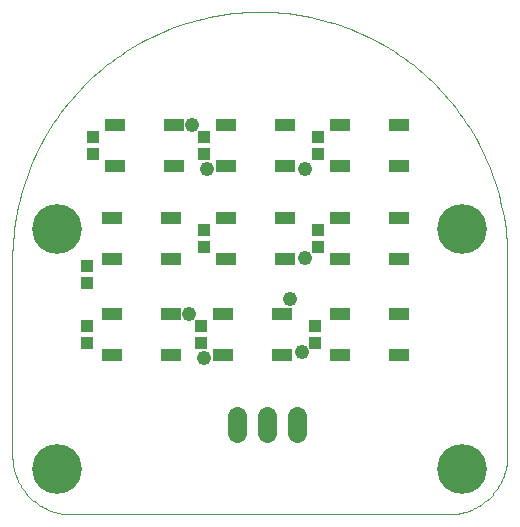
<source format=gts>
G75*
%MOIN*%
%OFA0B0*%
%FSLAX25Y25*%
%IPPOS*%
%LPD*%
%AMOC8*
5,1,8,0,0,1.08239X$1,22.5*
%
%ADD10R,0.03950X0.03950*%
%ADD11R,0.06706X0.04343*%
%ADD12C,0.06343*%
%ADD13C,0.00000*%
%ADD14C,0.16611*%
%ADD15C,0.04800*%
D10*
X0029800Y0081053D03*
X0029800Y0086959D03*
X0029800Y0101053D03*
X0029800Y0106959D03*
X0031800Y0144053D03*
X0031800Y0149959D03*
X0068800Y0149959D03*
X0068800Y0144053D03*
X0068800Y0118959D03*
X0068800Y0113053D03*
X0067800Y0086959D03*
X0067800Y0081053D03*
X0105800Y0081053D03*
X0105800Y0086959D03*
X0106800Y0113053D03*
X0106800Y0118959D03*
X0106800Y0144053D03*
X0106800Y0149959D03*
D11*
X0113957Y0153699D03*
X0113957Y0140313D03*
X0113957Y0122699D03*
X0113957Y0109313D03*
X0113957Y0090699D03*
X0113957Y0077313D03*
X0094643Y0077313D03*
X0094643Y0090699D03*
X0095643Y0109313D03*
X0095643Y0122699D03*
X0095643Y0140313D03*
X0095643Y0153699D03*
X0075957Y0153699D03*
X0075957Y0140313D03*
X0075957Y0122699D03*
X0075957Y0109313D03*
X0074957Y0090699D03*
X0074957Y0077313D03*
X0057643Y0077313D03*
X0057643Y0090699D03*
X0057643Y0109313D03*
X0057643Y0122699D03*
X0058643Y0140313D03*
X0058643Y0153699D03*
X0038957Y0153699D03*
X0038957Y0140313D03*
X0037957Y0122699D03*
X0037957Y0109313D03*
X0037957Y0090699D03*
X0037957Y0077313D03*
X0133643Y0077313D03*
X0133643Y0090699D03*
X0133643Y0109313D03*
X0133643Y0122699D03*
X0133643Y0140313D03*
X0133643Y0153699D03*
D12*
X0099800Y0056778D02*
X0099800Y0051234D01*
X0089800Y0051234D02*
X0089800Y0056778D01*
X0079800Y0056778D02*
X0079800Y0051234D01*
D13*
X0024485Y0024006D02*
X0150115Y0024006D01*
X0150591Y0024012D01*
X0151066Y0024029D01*
X0151541Y0024058D01*
X0152015Y0024098D01*
X0152488Y0024150D01*
X0152959Y0024213D01*
X0153429Y0024287D01*
X0153897Y0024373D01*
X0154363Y0024470D01*
X0154826Y0024578D01*
X0155286Y0024697D01*
X0155744Y0024828D01*
X0156198Y0024969D01*
X0156649Y0025122D01*
X0157095Y0025285D01*
X0157538Y0025459D01*
X0157976Y0025644D01*
X0158410Y0025839D01*
X0158839Y0026045D01*
X0159263Y0026261D01*
X0159682Y0026487D01*
X0160095Y0026723D01*
X0160502Y0026969D01*
X0160903Y0027225D01*
X0161297Y0027491D01*
X0161686Y0027766D01*
X0162067Y0028050D01*
X0162441Y0028343D01*
X0162809Y0028645D01*
X0163169Y0028957D01*
X0163521Y0029276D01*
X0163865Y0029604D01*
X0164202Y0029941D01*
X0164530Y0030285D01*
X0164849Y0030637D01*
X0165161Y0030997D01*
X0165463Y0031365D01*
X0165756Y0031739D01*
X0166040Y0032120D01*
X0166315Y0032509D01*
X0166581Y0032903D01*
X0166837Y0033304D01*
X0167083Y0033711D01*
X0167319Y0034124D01*
X0167545Y0034543D01*
X0167761Y0034967D01*
X0167967Y0035396D01*
X0168162Y0035830D01*
X0168347Y0036268D01*
X0168521Y0036711D01*
X0168684Y0037157D01*
X0168837Y0037608D01*
X0168978Y0038062D01*
X0169109Y0038520D01*
X0169228Y0038980D01*
X0169336Y0039443D01*
X0169433Y0039909D01*
X0169519Y0040377D01*
X0169593Y0040847D01*
X0169656Y0041318D01*
X0169708Y0041791D01*
X0169748Y0042265D01*
X0169777Y0042740D01*
X0169794Y0043215D01*
X0169800Y0043691D01*
X0169800Y0109006D01*
X0169776Y0111015D01*
X0169702Y0113023D01*
X0169580Y0115028D01*
X0169409Y0117030D01*
X0169189Y0119027D01*
X0168921Y0121018D01*
X0168604Y0123002D01*
X0168239Y0124978D01*
X0167826Y0126944D01*
X0167366Y0128900D01*
X0166857Y0130843D01*
X0166302Y0132774D01*
X0165700Y0134691D01*
X0165051Y0136592D01*
X0164356Y0138478D01*
X0163616Y0140345D01*
X0162830Y0142194D01*
X0161999Y0144024D01*
X0161125Y0145832D01*
X0160206Y0147619D01*
X0159244Y0149383D01*
X0158240Y0151123D01*
X0157193Y0152838D01*
X0156105Y0154527D01*
X0154976Y0156189D01*
X0153807Y0157823D01*
X0152598Y0159428D01*
X0151351Y0161003D01*
X0150066Y0162547D01*
X0148744Y0164060D01*
X0147385Y0165540D01*
X0145990Y0166986D01*
X0144561Y0168398D01*
X0143098Y0169775D01*
X0141602Y0171116D01*
X0140073Y0172419D01*
X0138513Y0173686D01*
X0136923Y0174914D01*
X0135303Y0176102D01*
X0133655Y0177251D01*
X0131980Y0178360D01*
X0130278Y0179427D01*
X0128550Y0180453D01*
X0126798Y0181436D01*
X0125022Y0182377D01*
X0123225Y0183274D01*
X0121406Y0184126D01*
X0119566Y0184935D01*
X0117708Y0185698D01*
X0115831Y0186415D01*
X0113938Y0187087D01*
X0112028Y0187713D01*
X0110104Y0188292D01*
X0108167Y0188823D01*
X0106217Y0189308D01*
X0104256Y0189745D01*
X0102285Y0190134D01*
X0100305Y0190475D01*
X0098317Y0190767D01*
X0096323Y0191011D01*
X0094324Y0191206D01*
X0092320Y0191353D01*
X0090313Y0191451D01*
X0088305Y0191500D01*
X0086295Y0191500D01*
X0084287Y0191451D01*
X0082280Y0191353D01*
X0080276Y0191206D01*
X0078277Y0191011D01*
X0076283Y0190767D01*
X0074295Y0190475D01*
X0072315Y0190134D01*
X0070344Y0189745D01*
X0068383Y0189308D01*
X0066433Y0188823D01*
X0064496Y0188292D01*
X0062572Y0187713D01*
X0060662Y0187087D01*
X0058769Y0186415D01*
X0056892Y0185698D01*
X0055034Y0184935D01*
X0053194Y0184126D01*
X0051375Y0183274D01*
X0049578Y0182377D01*
X0047802Y0181436D01*
X0046050Y0180453D01*
X0044322Y0179427D01*
X0042620Y0178360D01*
X0040945Y0177251D01*
X0039297Y0176102D01*
X0037677Y0174914D01*
X0036087Y0173686D01*
X0034527Y0172419D01*
X0032998Y0171116D01*
X0031502Y0169775D01*
X0030039Y0168398D01*
X0028610Y0166986D01*
X0027215Y0165540D01*
X0025856Y0164060D01*
X0024534Y0162547D01*
X0023249Y0161003D01*
X0022002Y0159428D01*
X0020793Y0157823D01*
X0019624Y0156189D01*
X0018495Y0154527D01*
X0017407Y0152838D01*
X0016360Y0151123D01*
X0015356Y0149383D01*
X0014394Y0147619D01*
X0013475Y0145832D01*
X0012601Y0144024D01*
X0011770Y0142194D01*
X0010984Y0140345D01*
X0010244Y0138478D01*
X0009549Y0136592D01*
X0008900Y0134691D01*
X0008298Y0132774D01*
X0007743Y0130843D01*
X0007234Y0128900D01*
X0006774Y0126944D01*
X0006361Y0124978D01*
X0005996Y0123002D01*
X0005679Y0121018D01*
X0005411Y0119027D01*
X0005191Y0117030D01*
X0005020Y0115028D01*
X0004898Y0113023D01*
X0004824Y0111015D01*
X0004800Y0109006D01*
X0004800Y0043691D01*
X0004806Y0043215D01*
X0004823Y0042740D01*
X0004852Y0042265D01*
X0004892Y0041791D01*
X0004944Y0041318D01*
X0005007Y0040847D01*
X0005081Y0040377D01*
X0005167Y0039909D01*
X0005264Y0039443D01*
X0005372Y0038980D01*
X0005491Y0038520D01*
X0005622Y0038062D01*
X0005763Y0037608D01*
X0005916Y0037157D01*
X0006079Y0036711D01*
X0006253Y0036268D01*
X0006438Y0035830D01*
X0006633Y0035396D01*
X0006839Y0034967D01*
X0007055Y0034543D01*
X0007281Y0034124D01*
X0007517Y0033711D01*
X0007763Y0033304D01*
X0008019Y0032903D01*
X0008285Y0032509D01*
X0008560Y0032120D01*
X0008844Y0031739D01*
X0009137Y0031365D01*
X0009439Y0030997D01*
X0009751Y0030637D01*
X0010070Y0030285D01*
X0010398Y0029941D01*
X0010735Y0029604D01*
X0011079Y0029276D01*
X0011431Y0028957D01*
X0011791Y0028645D01*
X0012159Y0028343D01*
X0012533Y0028050D01*
X0012914Y0027766D01*
X0013303Y0027491D01*
X0013697Y0027225D01*
X0014098Y0026969D01*
X0014505Y0026723D01*
X0014918Y0026487D01*
X0015337Y0026261D01*
X0015761Y0026045D01*
X0016190Y0025839D01*
X0016624Y0025644D01*
X0017062Y0025459D01*
X0017505Y0025285D01*
X0017951Y0025122D01*
X0018402Y0024969D01*
X0018856Y0024828D01*
X0019314Y0024697D01*
X0019774Y0024578D01*
X0020237Y0024470D01*
X0020703Y0024373D01*
X0021171Y0024287D01*
X0021641Y0024213D01*
X0022112Y0024150D01*
X0022585Y0024098D01*
X0023059Y0024058D01*
X0023534Y0024029D01*
X0024009Y0024012D01*
X0024485Y0024006D01*
D14*
X0019800Y0039006D03*
X0019800Y0119006D03*
X0154800Y0119006D03*
X0154800Y0039006D03*
D15*
X0101209Y0078124D03*
X0097272Y0095841D03*
X0102194Y0109620D03*
X0102194Y0139148D03*
X0069713Y0139148D03*
X0064792Y0153911D03*
X0063808Y0090919D03*
X0068729Y0076156D03*
M02*

</source>
